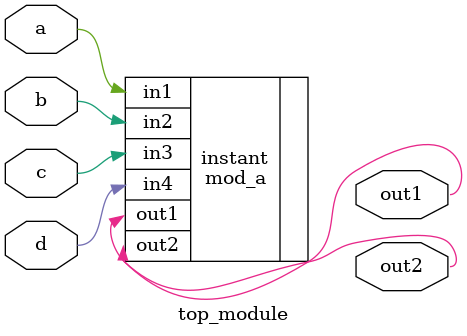
<source format=v>
module top_module ( 
    input a, 
    input b, 
    input c,
    input d,
    output out1,
    output out2
);
    mod_a instant(.in1(a), .in2(b), .in3(c), .in4(d), .out1(out1), .out2(out2));

endmodule

</source>
